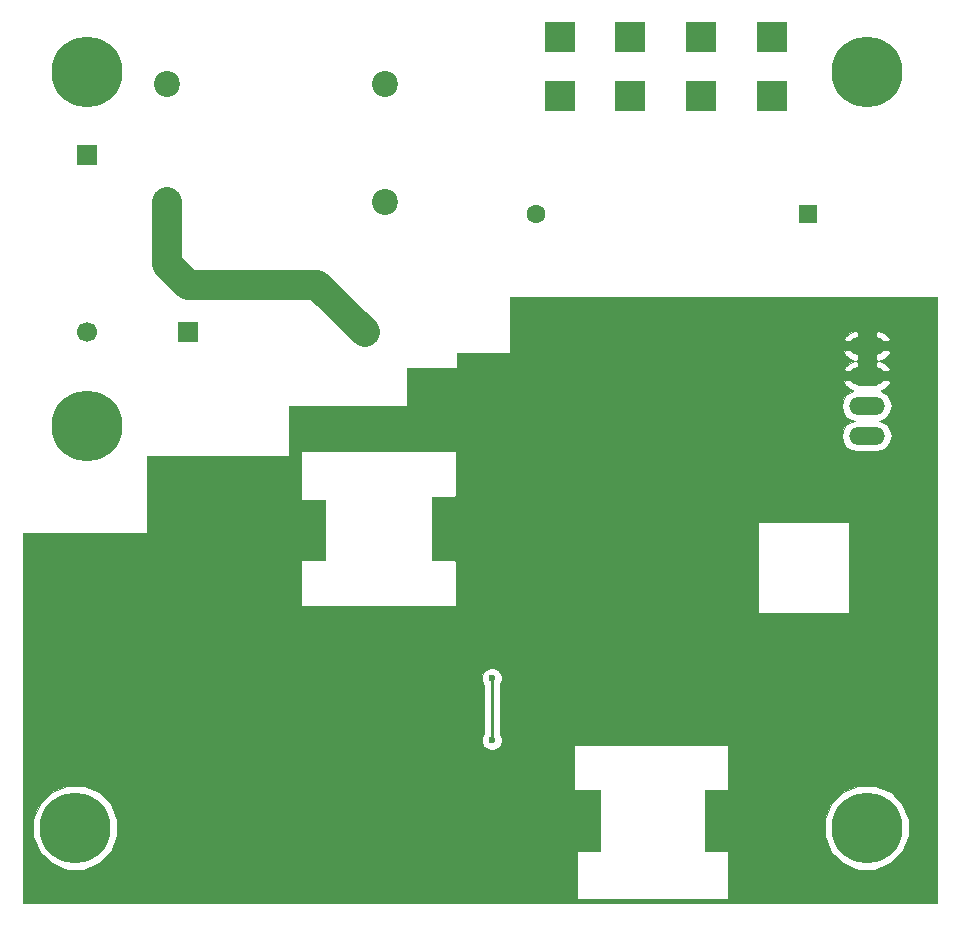
<source format=gbl>
G04 #@! TF.FileFunction,Copper,L4,Bot,Signal*
%FSLAX46Y46*%
G04 Gerber Fmt 4.6, Leading zero omitted, Abs format (unit mm)*
G04 Created by KiCad (PCBNEW 4.0.2-4+6225~38~ubuntu15.04.1-stable) date Sa 02 Apr 2016 12:31:30 CEST*
%MOMM*%
G01*
G04 APERTURE LIST*
%ADD10C,0.150000*%
%ADD11C,6.000000*%
%ADD12O,3.014980X1.506220*%
%ADD13C,2.199640*%
%ADD14R,1.600000X1.600000*%
%ADD15C,1.600000*%
%ADD16R,1.700000X1.700000*%
%ADD17C,1.700000*%
%ADD18R,2.500000X2.500000*%
%ADD19C,0.600000*%
%ADD20C,0.889000*%
%ADD21C,0.254000*%
%ADD22C,0.508000*%
%ADD23C,2.540000*%
%ADD24C,0.100000*%
G04 APERTURE END LIST*
D10*
D11*
X6000000Y-6000000D03*
X5000000Y-70000000D03*
X72000000Y-70000000D03*
X72000000Y-6000000D03*
D12*
X72000000Y-36810000D03*
X72000000Y-34270000D03*
X72000000Y-31730000D03*
X72000000Y-29190000D03*
D13*
X31250000Y-7000000D03*
X12750000Y-7000000D03*
X12750000Y-17000000D03*
X31250000Y-17000000D03*
D14*
X67000000Y-18000000D03*
D15*
X44000000Y-18000000D03*
D16*
X14500000Y-28000000D03*
D17*
X29500000Y-28000000D03*
D16*
X6000000Y-13000000D03*
D17*
X6000000Y-28000000D03*
D11*
X6000000Y-36000000D03*
D18*
X64000000Y-3000000D03*
X64000000Y-8000000D03*
X58000000Y-8000000D03*
X58000000Y-3000000D03*
X46000000Y-8000000D03*
X46000000Y-3000000D03*
X52000000Y-3000000D03*
X52000000Y-8000000D03*
D19*
X40266000Y-57342000D03*
X40266000Y-62549000D03*
D20*
X49000000Y-44000000D03*
X52900000Y-41200000D03*
X26200000Y-62300000D03*
X49700000Y-58200000D03*
X54300000Y-58300000D03*
X54300000Y-52300000D03*
X50400000Y-52200000D03*
X42100000Y-60100000D03*
X45300000Y-56500000D03*
X44300000Y-54800000D03*
X43800000Y-52300000D03*
X47200000Y-57200000D03*
X47200000Y-59800000D03*
X32500000Y-60400000D03*
X57900000Y-41100000D03*
X59000000Y-37100000D03*
X26000000Y-60500000D03*
X27000000Y-52200000D03*
X27500000Y-75500000D03*
X1500000Y-75500000D03*
X18000000Y-66500000D03*
X15500000Y-63000000D03*
X10400000Y-53200000D03*
X8000000Y-50500000D03*
X6000000Y-53000000D03*
X3500000Y-51500000D03*
X1500000Y-51500000D03*
X56750000Y-59628000D03*
X56500000Y-56500000D03*
X58500000Y-54000000D03*
X59000000Y-44500000D03*
X52750000Y-46750000D03*
X43250000Y-39250000D03*
X29000000Y-37500000D03*
X29000000Y-35500000D03*
X32000000Y-35250000D03*
X34500000Y-36250000D03*
X37000000Y-32500000D03*
X37250000Y-35250000D03*
X39750000Y-35250000D03*
X42500000Y-34250000D03*
X42500000Y-32000000D03*
X43000000Y-26250000D03*
X76750000Y-31250000D03*
X76500000Y-26250000D03*
X66250000Y-29000000D03*
X60750000Y-29000000D03*
D19*
X38043500Y-61126600D03*
X37141800Y-61126600D03*
X36329000Y-61139300D03*
X35541600Y-61126600D03*
X37967300Y-59653400D03*
X37141800Y-59640700D03*
X36329000Y-59653400D03*
X35541600Y-59653400D03*
D20*
X55379000Y-48769500D03*
X30106000Y-62168000D03*
X30106000Y-59945500D03*
X54363000Y-39244500D03*
X51061000Y-35244000D03*
D21*
X40266000Y-62549000D02*
X40266000Y-57342000D01*
D22*
X54363000Y-39244500D02*
X54363000Y-39737000D01*
X48700000Y-50600000D02*
X47100000Y-52200000D01*
X48700000Y-44300000D02*
X48700000Y-50600000D01*
X49000000Y-44000000D02*
X48700000Y-44300000D01*
X54363000Y-39737000D02*
X52900000Y-41200000D01*
X54200000Y-58200000D02*
X49700000Y-58200000D01*
X54300000Y-58300000D02*
X54200000Y-58200000D01*
X50500000Y-52300000D02*
X54300000Y-52300000D01*
X50400000Y-52200000D02*
X50500000Y-52300000D01*
X47100000Y-52200000D02*
X46600000Y-52700000D01*
X46600000Y-52700000D02*
X46600000Y-56300000D01*
X46600000Y-56300000D02*
X42800000Y-60100000D01*
X42800000Y-60100000D02*
X42100000Y-60100000D01*
X43900000Y-52200000D02*
X47100000Y-52200000D01*
X45300000Y-56500000D02*
X44300000Y-55500000D01*
X44300000Y-55500000D02*
X44300000Y-54800000D01*
X43800000Y-52300000D02*
X43900000Y-52200000D01*
X47200000Y-59800000D02*
X47200000Y-57200000D01*
X26200000Y-63000000D02*
X21000000Y-63000000D01*
X28200000Y-61000000D02*
X26200000Y-63000000D01*
X31900000Y-61000000D02*
X28200000Y-61000000D01*
X32500000Y-60400000D02*
X31900000Y-61000000D01*
X57400000Y-44500000D02*
X57100000Y-44200000D01*
X57100000Y-44200000D02*
X57100000Y-41900000D01*
X57100000Y-41900000D02*
X57900000Y-41100000D01*
X59000000Y-44500000D02*
X57400000Y-44500000D01*
D21*
X26000000Y-53000000D02*
X26000000Y-60500000D01*
X26500000Y-53000000D02*
X26000000Y-53000000D01*
X27000000Y-52200000D02*
X26500000Y-53000000D01*
X21000000Y-63000000D02*
X27500000Y-69500000D01*
X27500000Y-69500000D02*
X27500000Y-75500000D01*
X1500000Y-75500000D02*
X2000000Y-75000000D01*
X2000000Y-75000000D02*
X9500000Y-75000000D01*
X9500000Y-75000000D02*
X18000000Y-66500000D01*
X15500000Y-63000000D02*
X15000000Y-62500000D01*
X15000000Y-62500000D02*
X11000000Y-62500000D01*
X11000000Y-62500000D02*
X10500000Y-62000000D01*
X10500000Y-62000000D02*
X10400000Y-53200000D01*
X8000000Y-50500000D02*
X8000000Y-53500000D01*
X8000000Y-53500000D02*
X7500000Y-54000000D01*
X7500000Y-54000000D02*
X6000000Y-53000000D01*
X3500000Y-51500000D02*
X1500000Y-51500000D01*
X56750000Y-59628000D02*
X56750000Y-59750000D01*
X56500000Y-56000000D02*
X56500000Y-56500000D01*
X58500000Y-54000000D02*
X56500000Y-56000000D01*
X57250000Y-47000000D02*
X59000000Y-44500000D01*
X53000000Y-47000000D02*
X57250000Y-47000000D01*
X52750000Y-46750000D02*
X53000000Y-47000000D01*
X51061000Y-35244000D02*
X51061000Y-34311000D01*
X43250000Y-38750000D02*
X43250000Y-39250000D01*
X41750000Y-37250000D02*
X43250000Y-38750000D01*
X33500000Y-37250000D02*
X41750000Y-37250000D01*
X33000000Y-36750000D02*
X33500000Y-37250000D01*
X29750000Y-36750000D02*
X33000000Y-36750000D01*
X29000000Y-37500000D02*
X29750000Y-36750000D01*
X31750000Y-35500000D02*
X29000000Y-35500000D01*
X32000000Y-35250000D02*
X31750000Y-35500000D01*
X35750000Y-36250000D02*
X34500000Y-36250000D01*
X36500000Y-35500000D02*
X35750000Y-36250000D01*
X36500000Y-33000000D02*
X36500000Y-35500000D01*
X37000000Y-32500000D02*
X36500000Y-33000000D01*
X39750000Y-35250000D02*
X37250000Y-35250000D01*
X42500000Y-32000000D02*
X42500000Y-34250000D01*
X51061000Y-34311000D02*
X43000000Y-26250000D01*
X51061000Y-35244000D02*
X53256000Y-35244000D01*
X76270000Y-31730000D02*
X72000000Y-31730000D01*
X76750000Y-31250000D02*
X76270000Y-31730000D01*
X69500000Y-26250000D02*
X76500000Y-26250000D01*
X67500000Y-28250000D02*
X69500000Y-26250000D01*
X67000000Y-28250000D02*
X67500000Y-28250000D01*
X66250000Y-29000000D02*
X67000000Y-28250000D01*
X59500000Y-29000000D02*
X60750000Y-29000000D01*
X53256000Y-35244000D02*
X59500000Y-29000000D01*
X37141800Y-61126600D02*
X38043500Y-61126600D01*
X37141800Y-59640700D02*
X37141800Y-61126600D01*
X36329000Y-59653400D02*
X36329000Y-61139300D01*
X35541600Y-59653400D02*
X35541600Y-61126600D01*
X37141800Y-59640700D02*
X37954600Y-59640700D01*
X37954600Y-59640700D02*
X37967300Y-59653400D01*
X36329000Y-59653400D02*
X37129100Y-59653400D01*
X37129100Y-59653400D02*
X37141800Y-59640700D01*
X35541600Y-59653400D02*
X36329000Y-59653400D01*
D22*
X49664000Y-42737000D02*
X49664000Y-43054500D01*
X49664000Y-43054500D02*
X55379000Y-48769500D01*
X30106000Y-59945500D02*
X30106000Y-62168000D01*
X54363000Y-39244500D02*
X53156500Y-39244500D01*
X53156500Y-39244500D02*
X49664000Y-42737000D01*
X51061000Y-35244000D02*
X51061000Y-35942500D01*
X51061000Y-35942500D02*
X54363000Y-39244500D01*
D23*
X12750000Y-17000000D02*
X12750000Y-22250000D01*
X25500000Y-24000000D02*
X29500000Y-28000000D01*
X14500000Y-24000000D02*
X25500000Y-24000000D01*
X12750000Y-22250000D02*
X14500000Y-24000000D01*
D24*
G36*
X77950000Y-76392000D02*
X608000Y-76392000D01*
X608000Y-70704625D01*
X1441384Y-70704625D01*
X1981916Y-72012812D01*
X2981924Y-73014567D01*
X4289165Y-73557381D01*
X5704625Y-73558616D01*
X7012812Y-73018084D01*
X8014567Y-72018076D01*
X8557381Y-70710835D01*
X8558616Y-69295375D01*
X8018084Y-67987188D01*
X7018076Y-66985433D01*
X5710835Y-66442619D01*
X4295375Y-66441384D01*
X2987188Y-66981916D01*
X1985433Y-67981924D01*
X1442619Y-69289165D01*
X1441384Y-70704625D01*
X608000Y-70704625D01*
X608000Y-57511918D01*
X39407852Y-57511918D01*
X39538199Y-57827383D01*
X39581000Y-57870259D01*
X39581000Y-62020468D01*
X39539047Y-62062348D01*
X39408149Y-62377585D01*
X39407852Y-62718918D01*
X39538199Y-63034383D01*
X39779348Y-63275953D01*
X40094585Y-63406851D01*
X40435918Y-63407148D01*
X40751383Y-63276801D01*
X40992953Y-63035652D01*
X41007757Y-63000000D01*
X47200000Y-63000000D01*
X47200000Y-66750000D01*
X47203419Y-66768173D01*
X47214160Y-66784864D01*
X47230547Y-66796061D01*
X47250000Y-66800000D01*
X49450000Y-66800000D01*
X49450000Y-71950000D01*
X47500000Y-71950000D01*
X47481827Y-71953419D01*
X47465136Y-71964160D01*
X47453939Y-71980547D01*
X47450000Y-72000000D01*
X47450000Y-76000000D01*
X47453419Y-76018173D01*
X47464160Y-76034864D01*
X47480547Y-76046061D01*
X47500000Y-76050000D01*
X60250000Y-76050000D01*
X60268173Y-76046581D01*
X60284864Y-76035840D01*
X60296061Y-76019453D01*
X60300000Y-76000000D01*
X60300000Y-72000000D01*
X60296581Y-71981827D01*
X60285840Y-71965136D01*
X60269453Y-71953939D01*
X60250000Y-71950000D01*
X58300000Y-71950000D01*
X58300000Y-70704625D01*
X68441384Y-70704625D01*
X68981916Y-72012812D01*
X69981924Y-73014567D01*
X71289165Y-73557381D01*
X72704625Y-73558616D01*
X74012812Y-73018084D01*
X75014567Y-72018076D01*
X75557381Y-70710835D01*
X75558616Y-69295375D01*
X75018084Y-67987188D01*
X74018076Y-66985433D01*
X72710835Y-66442619D01*
X71295375Y-66441384D01*
X69987188Y-66981916D01*
X68985433Y-67981924D01*
X68442619Y-69289165D01*
X68441384Y-70704625D01*
X58300000Y-70704625D01*
X58300000Y-66800000D01*
X60250000Y-66800000D01*
X60268173Y-66796581D01*
X60284864Y-66785840D01*
X60296061Y-66769453D01*
X60300000Y-66750000D01*
X60300000Y-63000000D01*
X60296581Y-62981827D01*
X60285840Y-62965136D01*
X60269453Y-62953939D01*
X60250000Y-62950000D01*
X47250000Y-62950000D01*
X47231827Y-62953419D01*
X47215136Y-62964160D01*
X47203939Y-62980547D01*
X47200000Y-63000000D01*
X41007757Y-63000000D01*
X41123851Y-62720415D01*
X41124148Y-62379082D01*
X40993801Y-62063617D01*
X40951000Y-62020741D01*
X40951000Y-57870532D01*
X40992953Y-57828652D01*
X41123851Y-57513415D01*
X41124148Y-57172082D01*
X40993801Y-56856617D01*
X40752652Y-56615047D01*
X40437415Y-56484149D01*
X40096082Y-56483852D01*
X39780617Y-56614199D01*
X39539047Y-56855348D01*
X39408149Y-57170585D01*
X39407852Y-57511918D01*
X608000Y-57511918D01*
X608000Y-45050000D01*
X11000000Y-45050000D01*
X11019453Y-45046061D01*
X11035840Y-45034864D01*
X11046581Y-45018173D01*
X11050000Y-45000000D01*
X11050000Y-38550000D01*
X23000000Y-38550000D01*
X23019453Y-38546061D01*
X23035840Y-38534864D01*
X23046581Y-38518173D01*
X23050000Y-38500000D01*
X23050000Y-38150000D01*
X24100000Y-38150000D01*
X24100000Y-42150000D01*
X24103419Y-42168173D01*
X24114160Y-42184864D01*
X24130547Y-42196061D01*
X24150000Y-42200000D01*
X26100000Y-42200000D01*
X26100000Y-47350000D01*
X24150000Y-47350000D01*
X24131827Y-47353419D01*
X24115136Y-47364160D01*
X24103939Y-47380547D01*
X24100000Y-47400000D01*
X24100000Y-51150000D01*
X24103419Y-51168173D01*
X24114160Y-51184864D01*
X24130547Y-51196061D01*
X24150000Y-51200000D01*
X37150000Y-51200000D01*
X37168173Y-51196581D01*
X37184864Y-51185840D01*
X37196061Y-51169453D01*
X37200000Y-51150000D01*
X37200000Y-47400000D01*
X37196581Y-47381827D01*
X37185840Y-47365136D01*
X37169453Y-47353939D01*
X37150000Y-47350000D01*
X35200000Y-47350000D01*
X35200000Y-44134000D01*
X62822000Y-44134000D01*
X62822000Y-51754000D01*
X62825419Y-51772173D01*
X62836160Y-51788864D01*
X62852547Y-51800061D01*
X62872000Y-51804000D01*
X70492000Y-51804000D01*
X70510173Y-51800581D01*
X70526864Y-51789840D01*
X70538061Y-51773453D01*
X70542000Y-51754000D01*
X70542000Y-44134000D01*
X70538581Y-44115827D01*
X70527840Y-44099136D01*
X70511453Y-44087939D01*
X70492000Y-44084000D01*
X68237283Y-44084000D01*
X68235613Y-44082859D01*
X68216160Y-44078920D01*
X65168160Y-44078920D01*
X65146642Y-44084000D01*
X62872000Y-44084000D01*
X62853827Y-44087419D01*
X62837136Y-44098160D01*
X62825939Y-44114547D01*
X62822000Y-44134000D01*
X35200000Y-44134000D01*
X35200000Y-41950000D01*
X37150000Y-41950000D01*
X37168173Y-41946581D01*
X37184864Y-41935840D01*
X37196061Y-41919453D01*
X37200000Y-41900000D01*
X37200000Y-38150000D01*
X37196581Y-38131827D01*
X37185840Y-38115136D01*
X37169453Y-38103939D01*
X37150000Y-38100000D01*
X24150000Y-38100000D01*
X24131827Y-38103419D01*
X24115136Y-38114160D01*
X24103939Y-38130547D01*
X24100000Y-38150000D01*
X23050000Y-38150000D01*
X23050000Y-34300000D01*
X33000000Y-34300000D01*
X33019453Y-34296061D01*
X33035840Y-34284864D01*
X33045405Y-34270000D01*
X69894045Y-34270000D01*
X69993847Y-34771740D01*
X70278060Y-35197095D01*
X70703415Y-35481308D01*
X70998480Y-35540000D01*
X70703415Y-35598692D01*
X70278060Y-35882905D01*
X69993847Y-36308260D01*
X69894045Y-36810000D01*
X69993847Y-37311740D01*
X70278060Y-37737095D01*
X70703415Y-38021308D01*
X71205155Y-38121110D01*
X72794845Y-38121110D01*
X73296585Y-38021308D01*
X73721940Y-37737095D01*
X74006153Y-37311740D01*
X74105955Y-36810000D01*
X74006153Y-36308260D01*
X73721940Y-35882905D01*
X73296585Y-35598692D01*
X73001520Y-35540000D01*
X73296585Y-35481308D01*
X73721940Y-35197095D01*
X74006153Y-34771740D01*
X74105955Y-34270000D01*
X74006153Y-33768260D01*
X73721940Y-33342905D01*
X73296585Y-33058692D01*
X73200002Y-33039481D01*
X73200002Y-32936427D01*
X73438987Y-32848392D01*
X73814864Y-32501272D01*
X73935885Y-32298381D01*
X73863829Y-32106555D01*
X72753745Y-32106555D01*
X72753745Y-32483110D01*
X71246255Y-32483110D01*
X71246255Y-32106555D01*
X70136171Y-32106555D01*
X70064115Y-32298381D01*
X70185136Y-32501272D01*
X70561013Y-32848392D01*
X70799998Y-32936427D01*
X70799998Y-33039481D01*
X70703415Y-33058692D01*
X70278060Y-33342905D01*
X69993847Y-33768260D01*
X69894045Y-34270000D01*
X33045405Y-34270000D01*
X33046581Y-34268173D01*
X33050000Y-34250000D01*
X33050000Y-31050000D01*
X37250000Y-31050000D01*
X37269453Y-31046061D01*
X37285840Y-31034864D01*
X37296581Y-31018173D01*
X37300000Y-31000000D01*
X37300000Y-29800000D01*
X41750000Y-29800000D01*
X41769453Y-29796061D01*
X41785840Y-29784864D01*
X41796581Y-29768173D01*
X41798423Y-29758381D01*
X70064115Y-29758381D01*
X70185136Y-29961272D01*
X70561013Y-30308392D01*
X70972579Y-30460000D01*
X70561013Y-30611608D01*
X70185136Y-30958728D01*
X70064115Y-31161619D01*
X70136171Y-31353445D01*
X71246255Y-31353445D01*
X71246255Y-30558208D01*
X71083068Y-30460000D01*
X71246255Y-30361792D01*
X71246255Y-29566555D01*
X72753745Y-29566555D01*
X72753745Y-30361792D01*
X72916932Y-30460000D01*
X72753745Y-30558208D01*
X72753745Y-31353445D01*
X73863829Y-31353445D01*
X73935885Y-31161619D01*
X73814864Y-30958728D01*
X73438987Y-30611608D01*
X73027421Y-30460000D01*
X73438987Y-30308392D01*
X73814864Y-29961272D01*
X73935885Y-29758381D01*
X73863829Y-29566555D01*
X72753745Y-29566555D01*
X71246255Y-29566555D01*
X70136171Y-29566555D01*
X70064115Y-29758381D01*
X41798423Y-29758381D01*
X41800000Y-29750000D01*
X41800000Y-28621619D01*
X70064115Y-28621619D01*
X70136171Y-28813445D01*
X71246255Y-28813445D01*
X71246255Y-28018208D01*
X72753745Y-28018208D01*
X72753745Y-28813445D01*
X73863829Y-28813445D01*
X73935885Y-28621619D01*
X73814864Y-28418728D01*
X73438987Y-28071608D01*
X72958884Y-27894753D01*
X72753745Y-28018208D01*
X71246255Y-28018208D01*
X71041116Y-27894753D01*
X70561013Y-28071608D01*
X70185136Y-28418728D01*
X70064115Y-28621619D01*
X41800000Y-28621619D01*
X41800000Y-25050000D01*
X77950000Y-25050000D01*
X77950000Y-76392000D01*
X77950000Y-76392000D01*
G37*
X77950000Y-76392000D02*
X608000Y-76392000D01*
X608000Y-70704625D01*
X1441384Y-70704625D01*
X1981916Y-72012812D01*
X2981924Y-73014567D01*
X4289165Y-73557381D01*
X5704625Y-73558616D01*
X7012812Y-73018084D01*
X8014567Y-72018076D01*
X8557381Y-70710835D01*
X8558616Y-69295375D01*
X8018084Y-67987188D01*
X7018076Y-66985433D01*
X5710835Y-66442619D01*
X4295375Y-66441384D01*
X2987188Y-66981916D01*
X1985433Y-67981924D01*
X1442619Y-69289165D01*
X1441384Y-70704625D01*
X608000Y-70704625D01*
X608000Y-57511918D01*
X39407852Y-57511918D01*
X39538199Y-57827383D01*
X39581000Y-57870259D01*
X39581000Y-62020468D01*
X39539047Y-62062348D01*
X39408149Y-62377585D01*
X39407852Y-62718918D01*
X39538199Y-63034383D01*
X39779348Y-63275953D01*
X40094585Y-63406851D01*
X40435918Y-63407148D01*
X40751383Y-63276801D01*
X40992953Y-63035652D01*
X41007757Y-63000000D01*
X47200000Y-63000000D01*
X47200000Y-66750000D01*
X47203419Y-66768173D01*
X47214160Y-66784864D01*
X47230547Y-66796061D01*
X47250000Y-66800000D01*
X49450000Y-66800000D01*
X49450000Y-71950000D01*
X47500000Y-71950000D01*
X47481827Y-71953419D01*
X47465136Y-71964160D01*
X47453939Y-71980547D01*
X47450000Y-72000000D01*
X47450000Y-76000000D01*
X47453419Y-76018173D01*
X47464160Y-76034864D01*
X47480547Y-76046061D01*
X47500000Y-76050000D01*
X60250000Y-76050000D01*
X60268173Y-76046581D01*
X60284864Y-76035840D01*
X60296061Y-76019453D01*
X60300000Y-76000000D01*
X60300000Y-72000000D01*
X60296581Y-71981827D01*
X60285840Y-71965136D01*
X60269453Y-71953939D01*
X60250000Y-71950000D01*
X58300000Y-71950000D01*
X58300000Y-70704625D01*
X68441384Y-70704625D01*
X68981916Y-72012812D01*
X69981924Y-73014567D01*
X71289165Y-73557381D01*
X72704625Y-73558616D01*
X74012812Y-73018084D01*
X75014567Y-72018076D01*
X75557381Y-70710835D01*
X75558616Y-69295375D01*
X75018084Y-67987188D01*
X74018076Y-66985433D01*
X72710835Y-66442619D01*
X71295375Y-66441384D01*
X69987188Y-66981916D01*
X68985433Y-67981924D01*
X68442619Y-69289165D01*
X68441384Y-70704625D01*
X58300000Y-70704625D01*
X58300000Y-66800000D01*
X60250000Y-66800000D01*
X60268173Y-66796581D01*
X60284864Y-66785840D01*
X60296061Y-66769453D01*
X60300000Y-66750000D01*
X60300000Y-63000000D01*
X60296581Y-62981827D01*
X60285840Y-62965136D01*
X60269453Y-62953939D01*
X60250000Y-62950000D01*
X47250000Y-62950000D01*
X47231827Y-62953419D01*
X47215136Y-62964160D01*
X47203939Y-62980547D01*
X47200000Y-63000000D01*
X41007757Y-63000000D01*
X41123851Y-62720415D01*
X41124148Y-62379082D01*
X40993801Y-62063617D01*
X40951000Y-62020741D01*
X40951000Y-57870532D01*
X40992953Y-57828652D01*
X41123851Y-57513415D01*
X41124148Y-57172082D01*
X40993801Y-56856617D01*
X40752652Y-56615047D01*
X40437415Y-56484149D01*
X40096082Y-56483852D01*
X39780617Y-56614199D01*
X39539047Y-56855348D01*
X39408149Y-57170585D01*
X39407852Y-57511918D01*
X608000Y-57511918D01*
X608000Y-45050000D01*
X11000000Y-45050000D01*
X11019453Y-45046061D01*
X11035840Y-45034864D01*
X11046581Y-45018173D01*
X11050000Y-45000000D01*
X11050000Y-38550000D01*
X23000000Y-38550000D01*
X23019453Y-38546061D01*
X23035840Y-38534864D01*
X23046581Y-38518173D01*
X23050000Y-38500000D01*
X23050000Y-38150000D01*
X24100000Y-38150000D01*
X24100000Y-42150000D01*
X24103419Y-42168173D01*
X24114160Y-42184864D01*
X24130547Y-42196061D01*
X24150000Y-42200000D01*
X26100000Y-42200000D01*
X26100000Y-47350000D01*
X24150000Y-47350000D01*
X24131827Y-47353419D01*
X24115136Y-47364160D01*
X24103939Y-47380547D01*
X24100000Y-47400000D01*
X24100000Y-51150000D01*
X24103419Y-51168173D01*
X24114160Y-51184864D01*
X24130547Y-51196061D01*
X24150000Y-51200000D01*
X37150000Y-51200000D01*
X37168173Y-51196581D01*
X37184864Y-51185840D01*
X37196061Y-51169453D01*
X37200000Y-51150000D01*
X37200000Y-47400000D01*
X37196581Y-47381827D01*
X37185840Y-47365136D01*
X37169453Y-47353939D01*
X37150000Y-47350000D01*
X35200000Y-47350000D01*
X35200000Y-44134000D01*
X62822000Y-44134000D01*
X62822000Y-51754000D01*
X62825419Y-51772173D01*
X62836160Y-51788864D01*
X62852547Y-51800061D01*
X62872000Y-51804000D01*
X70492000Y-51804000D01*
X70510173Y-51800581D01*
X70526864Y-51789840D01*
X70538061Y-51773453D01*
X70542000Y-51754000D01*
X70542000Y-44134000D01*
X70538581Y-44115827D01*
X70527840Y-44099136D01*
X70511453Y-44087939D01*
X70492000Y-44084000D01*
X68237283Y-44084000D01*
X68235613Y-44082859D01*
X68216160Y-44078920D01*
X65168160Y-44078920D01*
X65146642Y-44084000D01*
X62872000Y-44084000D01*
X62853827Y-44087419D01*
X62837136Y-44098160D01*
X62825939Y-44114547D01*
X62822000Y-44134000D01*
X35200000Y-44134000D01*
X35200000Y-41950000D01*
X37150000Y-41950000D01*
X37168173Y-41946581D01*
X37184864Y-41935840D01*
X37196061Y-41919453D01*
X37200000Y-41900000D01*
X37200000Y-38150000D01*
X37196581Y-38131827D01*
X37185840Y-38115136D01*
X37169453Y-38103939D01*
X37150000Y-38100000D01*
X24150000Y-38100000D01*
X24131827Y-38103419D01*
X24115136Y-38114160D01*
X24103939Y-38130547D01*
X24100000Y-38150000D01*
X23050000Y-38150000D01*
X23050000Y-34300000D01*
X33000000Y-34300000D01*
X33019453Y-34296061D01*
X33035840Y-34284864D01*
X33045405Y-34270000D01*
X69894045Y-34270000D01*
X69993847Y-34771740D01*
X70278060Y-35197095D01*
X70703415Y-35481308D01*
X70998480Y-35540000D01*
X70703415Y-35598692D01*
X70278060Y-35882905D01*
X69993847Y-36308260D01*
X69894045Y-36810000D01*
X69993847Y-37311740D01*
X70278060Y-37737095D01*
X70703415Y-38021308D01*
X71205155Y-38121110D01*
X72794845Y-38121110D01*
X73296585Y-38021308D01*
X73721940Y-37737095D01*
X74006153Y-37311740D01*
X74105955Y-36810000D01*
X74006153Y-36308260D01*
X73721940Y-35882905D01*
X73296585Y-35598692D01*
X73001520Y-35540000D01*
X73296585Y-35481308D01*
X73721940Y-35197095D01*
X74006153Y-34771740D01*
X74105955Y-34270000D01*
X74006153Y-33768260D01*
X73721940Y-33342905D01*
X73296585Y-33058692D01*
X73200002Y-33039481D01*
X73200002Y-32936427D01*
X73438987Y-32848392D01*
X73814864Y-32501272D01*
X73935885Y-32298381D01*
X73863829Y-32106555D01*
X72753745Y-32106555D01*
X72753745Y-32483110D01*
X71246255Y-32483110D01*
X71246255Y-32106555D01*
X70136171Y-32106555D01*
X70064115Y-32298381D01*
X70185136Y-32501272D01*
X70561013Y-32848392D01*
X70799998Y-32936427D01*
X70799998Y-33039481D01*
X70703415Y-33058692D01*
X70278060Y-33342905D01*
X69993847Y-33768260D01*
X69894045Y-34270000D01*
X33045405Y-34270000D01*
X33046581Y-34268173D01*
X33050000Y-34250000D01*
X33050000Y-31050000D01*
X37250000Y-31050000D01*
X37269453Y-31046061D01*
X37285840Y-31034864D01*
X37296581Y-31018173D01*
X37300000Y-31000000D01*
X37300000Y-29800000D01*
X41750000Y-29800000D01*
X41769453Y-29796061D01*
X41785840Y-29784864D01*
X41796581Y-29768173D01*
X41798423Y-29758381D01*
X70064115Y-29758381D01*
X70185136Y-29961272D01*
X70561013Y-30308392D01*
X70972579Y-30460000D01*
X70561013Y-30611608D01*
X70185136Y-30958728D01*
X70064115Y-31161619D01*
X70136171Y-31353445D01*
X71246255Y-31353445D01*
X71246255Y-30558208D01*
X71083068Y-30460000D01*
X71246255Y-30361792D01*
X71246255Y-29566555D01*
X72753745Y-29566555D01*
X72753745Y-30361792D01*
X72916932Y-30460000D01*
X72753745Y-30558208D01*
X72753745Y-31353445D01*
X73863829Y-31353445D01*
X73935885Y-31161619D01*
X73814864Y-30958728D01*
X73438987Y-30611608D01*
X73027421Y-30460000D01*
X73438987Y-30308392D01*
X73814864Y-29961272D01*
X73935885Y-29758381D01*
X73863829Y-29566555D01*
X72753745Y-29566555D01*
X71246255Y-29566555D01*
X70136171Y-29566555D01*
X70064115Y-29758381D01*
X41798423Y-29758381D01*
X41800000Y-29750000D01*
X41800000Y-28621619D01*
X70064115Y-28621619D01*
X70136171Y-28813445D01*
X71246255Y-28813445D01*
X71246255Y-28018208D01*
X72753745Y-28018208D01*
X72753745Y-28813445D01*
X73863829Y-28813445D01*
X73935885Y-28621619D01*
X73814864Y-28418728D01*
X73438987Y-28071608D01*
X72958884Y-27894753D01*
X72753745Y-28018208D01*
X71246255Y-28018208D01*
X71041116Y-27894753D01*
X70561013Y-28071608D01*
X70185136Y-28418728D01*
X70064115Y-28621619D01*
X41800000Y-28621619D01*
X41800000Y-25050000D01*
X77950000Y-25050000D01*
X77950000Y-76392000D01*
M02*

</source>
